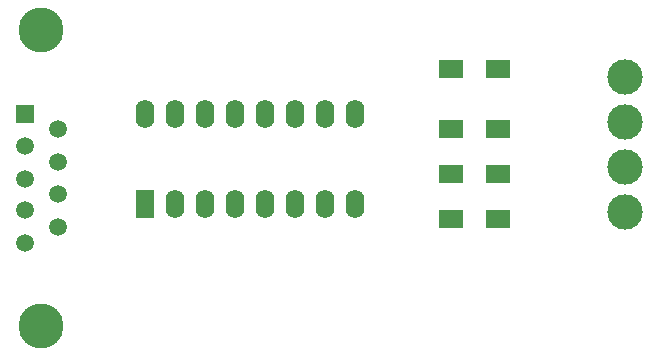
<source format=gbr>
G04 #@! TF.FileFunction,Copper,L1,Top,Signal*
%FSLAX46Y46*%
G04 Gerber Fmt 4.6, Leading zero omitted, Abs format (unit mm)*
G04 Created by KiCad (PCBNEW 4.0.4-stable) date 03/21/17 18:45:28*
%MOMM*%
%LPD*%
G01*
G04 APERTURE LIST*
%ADD10C,0.100000*%
%ADD11R,2.000000X1.600000*%
%ADD12C,3.810000*%
%ADD13R,1.520000X1.520000*%
%ADD14C,1.520000*%
%ADD15C,2.999740*%
%ADD16R,1.600000X2.400000*%
%ADD17O,1.600000X2.400000*%
G04 APERTURE END LIST*
D10*
D11*
X127540000Y-97790000D03*
X131540000Y-97790000D03*
X127540000Y-97790000D03*
X131540000Y-97790000D03*
X127540000Y-97790000D03*
X131540000Y-97790000D03*
X127540000Y-97790000D03*
X131540000Y-97790000D03*
X127540000Y-85090000D03*
X131540000Y-85090000D03*
X127540000Y-85090000D03*
X131540000Y-85090000D03*
X127540000Y-85090000D03*
X131540000Y-85090000D03*
X127540000Y-85090000D03*
X131540000Y-85090000D03*
X127540000Y-97790000D03*
X131540000Y-97790000D03*
X127540000Y-90170000D03*
X131540000Y-90170000D03*
X127540000Y-90170000D03*
X131540000Y-90170000D03*
X127540000Y-97790000D03*
X131540000Y-97790000D03*
X127540000Y-97790000D03*
X131540000Y-97790000D03*
X127540000Y-90170000D03*
X131540000Y-90170000D03*
X127540000Y-90170000D03*
X131540000Y-90170000D03*
D12*
X92840000Y-106810000D03*
X92840000Y-81790000D03*
D13*
X91440000Y-88900000D03*
D14*
X91440000Y-91570000D03*
X91440000Y-94360000D03*
X91440000Y-97030000D03*
X91440000Y-99820000D03*
X94230000Y-90170000D03*
X94230000Y-92960000D03*
X94230000Y-95630000D03*
X94230000Y-98430000D03*
D11*
X127540000Y-97790000D03*
X131540000Y-97790000D03*
X127540000Y-93980000D03*
X131540000Y-93980000D03*
D15*
X142240000Y-97155000D03*
X142240000Y-93345000D03*
X142240000Y-89535000D03*
X142240000Y-85725000D03*
D16*
X101600000Y-96520000D03*
D17*
X119380000Y-88900000D03*
X104140000Y-96520000D03*
X116840000Y-88900000D03*
X106680000Y-96520000D03*
X114300000Y-88900000D03*
X109220000Y-96520000D03*
X111760000Y-88900000D03*
X111760000Y-96520000D03*
X109220000Y-88900000D03*
X114300000Y-96520000D03*
X106680000Y-88900000D03*
X116840000Y-96520000D03*
X104140000Y-88900000D03*
X119380000Y-96520000D03*
X101600000Y-88900000D03*
M02*

</source>
